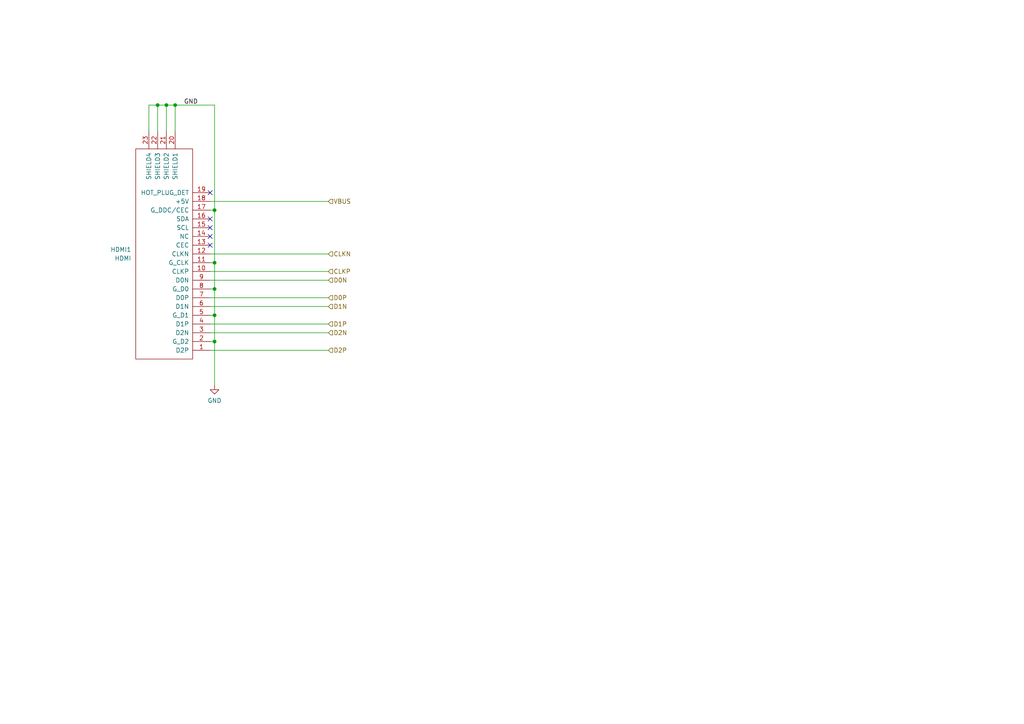
<source format=kicad_sch>
(kicad_sch (version 20231120) (generator "eeschema") (generator_version "8.0")
  (paper "A4")
  (title_block (title "HDMI to VGA Passive Adapter") (date "2024-12-01") (rev "1.0") (company "Mikhail Matveev"))
  (lib_symbols
    (symbol "R40:HDMI" (pin_names (offset 1.016))
      (property "Reference" "CN" (at -1.27 16.51 0))
      (property "Value" "HDMI" (at 7.62 16.51 0))
      (symbol "HDMI_0_1"
        (rectangle (start -5.08 15.24) (end 11.43 -45.72))
      )
      (symbol "HDMI_1_1"
        (pin input line (at -10.16 12.7 0) (length 5.08) (name "D2P") (number "1"))
        (pin input line (at -10.16 -10.16 0) (length 5.08) (name "CLKP") (number "10"))
        (pin input line (at -10.16 -12.7 0) (length 5.08) (name "G_CLK") (number "11"))
        (pin input line (at -10.16 -15.24 0) (length 5.08) (name "CLKN") (number "12"))
        (pin input line (at -10.16 -17.78 0) (length 5.08) (name "CEC") (number "13"))
        (pin input line (at -10.16 -20.32 0) (length 5.08) (name "NC") (number "14"))
        (pin input line (at -10.16 -22.86 0) (length 5.08) (name "SCL") (number "15"))
        (pin input line (at -10.16 -25.4 0) (length 5.08) (name "SDA") (number "16"))
        (pin input line (at -10.16 -27.94 0) (length 5.08) (name "G_DDC/CEC") (number "17"))
        (pin input line (at -10.16 -30.48 0) (length 5.08) (name "+5V") (number "18"))
        (pin input line (at -10.16 -33.02 0) (length 5.08) (name "HOT_PLUG_DET") (number "19"))
        (pin input line (at -10.16 10.16 0) (length 5.08) (name "G_D2") (number "2"))
        (pin input line (at 0 -50.8 90) (length 5.08) (name "SHIELD1") (number "20"))
        (pin input line (at 2.54 -50.8 90) (length 5.08) (name "SHIELD2") (number "21"))
        (pin input line (at 5.08 -50.8 90) (length 5.08) (name "SHIELD3") (number "22"))
        (pin input line (at 7.62 -50.8 90) (length 5.08) (name "SHIELD4") (number "23"))
        (pin input line (at -10.16 7.62 0) (length 5.08) (name "D2N") (number "3"))
        (pin input line (at -10.16 5.08 0) (length 5.08) (name "D1P") (number "4"))
        (pin input line (at -10.16 2.54 0) (length 5.08) (name "G_D1") (number "5"))
        (pin input line (at -10.16 0 0) (length 5.08) (name "D1N") (number "6"))
        (pin input line (at -10.16 -2.54 0) (length 5.08) (name "D0P") (number "7"))
        (pin input line (at -10.16 -5.08 0) (length 5.08) (name "G_D0") (number "8"))
        (pin input line (at -10.16 -7.62 0) (length 5.08) (name "D0N") (number "9"))
      )
    )
    (symbol "power:GND" (power) (pin_names (offset 0))
      (property "Value" "GND" (at 0 -3.81 0))
      (symbol "GND_0_1"
        (polyline (pts (xy 0 0) (xy 0 -1.27) (xy 1.27 -1.27) (xy 0 -2.54) (xy -1.27 -1.27) (xy 0 -1.27)))
      )
      (symbol "GND_1_1"
        (pin power_in line (at 0 0 270) (length 0) hide (name "GND") (number "1"))
      )
    )
  )
  (junction (at 62.23 60.96))
  (junction (at 62.23 91.44))
  (junction (at 50.8 30.48))
  (junction (at 48.26 30.48))
  (junction (at 45.72 30.48))
  (junction (at 62.23 83.82))
  (junction (at 62.23 76.2))
  (junction (at 62.23 99.06))
  (no_connect (at 60.96 55.88))
  (no_connect (at 60.96 63.5))
  (no_connect (at 60.96 66.04))
  (no_connect (at 60.96 68.58))
  (no_connect (at 60.96 71.12))
  (wire (pts (xy 50.8 30.48) (xy 50.8 38.1)))
  (wire (pts (xy 60.96 91.44) (xy 62.23 91.44)))
  (wire (pts (xy 60.96 86.36) (xy 95.25 86.36)))
  (wire (pts (xy 60.96 99.06) (xy 62.23 99.06)))
  (wire (pts (xy 48.26 30.48) (xy 48.26 38.1)))
  (wire (pts (xy 60.96 78.74) (xy 95.25 78.74)))
  (wire (pts (xy 62.23 99.06) (xy 62.23 111.76)))
  (wire (pts (xy 60.96 93.98) (xy 95.25 93.98)))
  (wire (pts (xy 62.23 76.2) (xy 62.23 83.82)))
  (wire (pts (xy 45.72 30.48) (xy 43.18 30.48)))
  (wire (pts (xy 60.96 83.82) (xy 62.23 83.82)))
  (wire (pts (xy 62.23 83.82) (xy 62.23 91.44)))
  (wire (pts (xy 60.96 81.28) (xy 95.25 81.28)))
  (wire (pts (xy 62.23 91.44) (xy 62.23 99.06)))
  (wire (pts (xy 60.96 88.9) (xy 95.25 88.9)))
  (wire (pts (xy 45.72 30.48) (xy 45.72 38.1)))
  (wire (pts (xy 60.96 76.2) (xy 62.23 76.2)))
  (wire (pts (xy 43.18 30.48) (xy 43.18 38.1)))
  (wire (pts (xy 60.96 73.66) (xy 95.25 73.66)))
  (wire (pts (xy 62.23 30.48) (xy 50.8 30.48)))
  (wire (pts (xy 60.96 60.96) (xy 62.23 60.96)))
  (wire (pts (xy 62.23 76.2) (xy 62.23 60.96)))
  (wire (pts (xy 50.8 30.48) (xy 48.26 30.48)))
  (wire (pts (xy 60.96 101.6) (xy 95.25 101.6)))
  (wire (pts (xy 62.23 60.96) (xy 62.23 30.48)))
  (wire (pts (xy 48.26 30.48) (xy 45.72 30.48)))
  (wire (pts (xy 60.96 58.42) (xy 95.25 58.42)))
  (wire (pts (xy 60.96 96.52) (xy 95.25 96.52)))
  (label "GND" (at 53.34 30.48 0))
  (hierarchical_label "D2N" (shape input) (at 95.25 96.52 0))
  (hierarchical_label "D0P" (shape input) (at 95.25 86.36 0))
  (hierarchical_label "D1N" (shape input) (at 95.25 88.9 0))
  (hierarchical_label "CLKP" (shape input) (at 95.25 78.74 0))
  (hierarchical_label "D2P" (shape input) (at 95.25 101.6 0))
  (hierarchical_label "VBUS" (shape input) (at 95.25 58.42 0))
  (hierarchical_label "D0N" (shape input) (at 95.25 81.28 0))
  (hierarchical_label "CLKN" (shape input) (at 95.25 73.66 0))
  (hierarchical_label "D1P" (shape input) (at 95.25 93.98 0))
  (symbol (lib_id "power:GND") (at 62.23 111.76 0) (unit 1)
    (property "Reference" "#PWR02" (effects (hide yes)))
    (property "Value" "GND" (at 62.23 116.2034 0))
  )
  (symbol (lib_id "R40:HDMI") (at 50.8 88.9 180) (unit 1)
    (property "Reference" "HDMI1" (at 38.1 72.3899 0) (effects (justify left)))
    (property "Value" "HDMI" (at 38.1 74.9299 0) (effects (justify left)))
    (property "Footprint" "LIBS:HDMI" (effects (hide yes)))
  )
)
</source>
